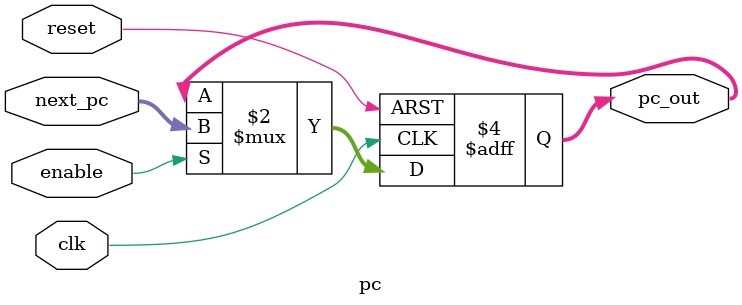
<source format=sv>
module pc #(parameter XLEN = 64) (
    input  logic             clk,
    input  logic             reset,
    input  logic             enable,      // PCWrite: when low, PC will not update (stall)
    input  logic [XLEN-1:0]  next_pc,
    output logic [XLEN-1:0]  pc_out
);
    always_ff @(posedge clk or posedge reset) begin
        if (reset) begin
            pc_out <= 0;  // start at 0 (could be a parameter for start address)
        end else if (enable) begin
            pc_out <= next_pc;
        end
        // If not reset and enable is low (stall), PC holds its value
    end
endmodule


</source>
